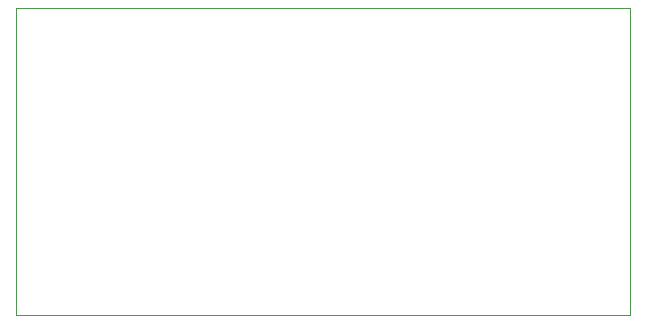
<source format=gm1>
G04 #@! TF.FileFunction,Profile,NP*
%FSLAX46Y46*%
G04 Gerber Fmt 4.6, Leading zero omitted, Abs format (unit mm)*
G04 Created by KiCad (PCBNEW 4.0.6) date 10/01/17 10:19:26*
%MOMM*%
%LPD*%
G01*
G04 APERTURE LIST*
%ADD10C,0.100000*%
G04 APERTURE END LIST*
D10*
X110000000Y-96000000D02*
X162000000Y-96000000D01*
X110000000Y-122000000D02*
X110000000Y-96000000D01*
X162000000Y-122000000D02*
X110000000Y-122000000D01*
X162000000Y-122000000D02*
X162000000Y-96000000D01*
M02*

</source>
